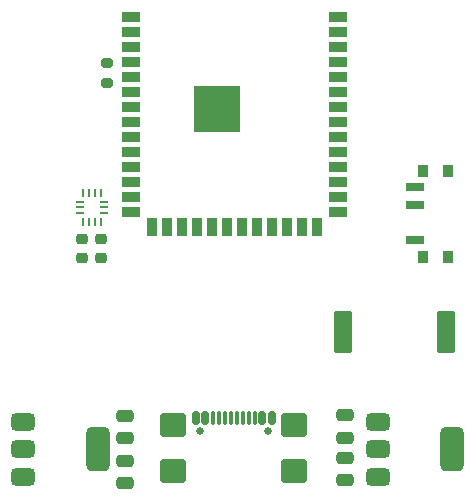
<source format=gbr>
%TF.GenerationSoftware,KiCad,Pcbnew,8.0.8-8.0.8-0~ubuntu24.04.1*%
%TF.CreationDate,2025-08-05T21:13:54-04:00*%
%TF.ProjectId,electronics,656c6563-7472-46f6-9e69-63732e6b6963,rev?*%
%TF.SameCoordinates,Original*%
%TF.FileFunction,Soldermask,Top*%
%TF.FilePolarity,Negative*%
%FSLAX46Y46*%
G04 Gerber Fmt 4.6, Leading zero omitted, Abs format (unit mm)*
G04 Created by KiCad (PCBNEW 8.0.8-8.0.8-0~ubuntu24.04.1) date 2025-08-05 21:13:54*
%MOMM*%
%LPD*%
G01*
G04 APERTURE LIST*
G04 Aperture macros list*
%AMRoundRect*
0 Rectangle with rounded corners*
0 $1 Rounding radius*
0 $2 $3 $4 $5 $6 $7 $8 $9 X,Y pos of 4 corners*
0 Add a 4 corners polygon primitive as box body*
4,1,4,$2,$3,$4,$5,$6,$7,$8,$9,$2,$3,0*
0 Add four circle primitives for the rounded corners*
1,1,$1+$1,$2,$3*
1,1,$1+$1,$4,$5*
1,1,$1+$1,$6,$7*
1,1,$1+$1,$8,$9*
0 Add four rect primitives between the rounded corners*
20,1,$1+$1,$2,$3,$4,$5,0*
20,1,$1+$1,$4,$5,$6,$7,0*
20,1,$1+$1,$6,$7,$8,$9,0*
20,1,$1+$1,$8,$9,$2,$3,0*%
G04 Aperture macros list end*
%ADD10R,1.498600X0.711200*%
%ADD11R,0.812800X0.990600*%
%ADD12RoundRect,0.375000X-0.625000X-0.375000X0.625000X-0.375000X0.625000X0.375000X-0.625000X0.375000X0*%
%ADD13RoundRect,0.500000X-0.500000X-1.400000X0.500000X-1.400000X0.500000X1.400000X-0.500000X1.400000X0*%
%ADD14R,0.250000X0.675000*%
%ADD15R,0.675000X0.250000*%
%ADD16R,1.500000X0.900000*%
%ADD17R,0.900000X1.500000*%
%ADD18C,0.600000*%
%ADD19R,3.900000X3.900000*%
%ADD20RoundRect,0.200000X0.275000X-0.200000X0.275000X0.200000X-0.275000X0.200000X-0.275000X-0.200000X0*%
%ADD21C,0.650000*%
%ADD22RoundRect,0.150000X-0.150000X-0.425000X0.150000X-0.425000X0.150000X0.425000X-0.150000X0.425000X0*%
%ADD23RoundRect,0.075000X-0.075000X-0.500000X0.075000X-0.500000X0.075000X0.500000X-0.075000X0.500000X0*%
%ADD24RoundRect,0.250000X-0.840000X-0.750000X0.840000X-0.750000X0.840000X0.750000X-0.840000X0.750000X0*%
%ADD25RoundRect,0.250000X0.475000X-0.250000X0.475000X0.250000X-0.475000X0.250000X-0.475000X-0.250000X0*%
%ADD26RoundRect,0.225000X-0.250000X0.225000X-0.250000X-0.225000X0.250000X-0.225000X0.250000X0.225000X0*%
%ADD27RoundRect,0.102000X-0.650000X-1.700000X0.650000X-1.700000X0.650000X1.700000X-0.650000X1.700000X0*%
G04 APERTURE END LIST*
D10*
%TO.C,SW1*%
X220254600Y-86590003D03*
X220254600Y-83590000D03*
X220254600Y-82090000D03*
D11*
X220954601Y-87990000D03*
X220954601Y-80690000D03*
X223054599Y-87989980D03*
X223054599Y-80690020D03*
%TD*%
D12*
%TO.C,U5*%
X187090000Y-101977500D03*
X187090000Y-104277500D03*
D13*
X193390000Y-104277500D03*
D12*
X187090000Y-106577500D03*
%TD*%
%TO.C,U3*%
X217120000Y-101977500D03*
X217120000Y-104277500D03*
D13*
X223420000Y-104277500D03*
D12*
X217120000Y-106577500D03*
%TD*%
D14*
%TO.C,U2*%
X193652500Y-82535000D03*
X193152500Y-82535000D03*
X192652500Y-82535000D03*
X192152500Y-82535000D03*
D15*
X191890000Y-83297500D03*
X191890000Y-83797500D03*
X191890000Y-84297500D03*
D14*
X192152500Y-85060000D03*
X192652500Y-85060000D03*
X193152500Y-85060000D03*
X193652500Y-85060000D03*
D15*
X193915000Y-84297500D03*
X193915000Y-83797500D03*
X193915000Y-83297500D03*
%TD*%
D16*
%TO.C,U1*%
X196240000Y-67710000D03*
X196240000Y-68980000D03*
X196240000Y-70250000D03*
X196240000Y-71520000D03*
X196240000Y-72790000D03*
X196240000Y-74060000D03*
X196240000Y-75330000D03*
X196240000Y-76600000D03*
X196240000Y-77870000D03*
X196240000Y-79140000D03*
X196240000Y-80410000D03*
X196240000Y-81680000D03*
X196240000Y-82950000D03*
X196240000Y-84220000D03*
D17*
X198005000Y-85470000D03*
X199275000Y-85470000D03*
X200545000Y-85470000D03*
X201815000Y-85470000D03*
X203085000Y-85470000D03*
X204355000Y-85470000D03*
X205625000Y-85470000D03*
X206895000Y-85470000D03*
X208165000Y-85470000D03*
X209435000Y-85470000D03*
X210705000Y-85470000D03*
X211975000Y-85470000D03*
D16*
X213740000Y-84220000D03*
X213740000Y-82950000D03*
X213740000Y-81680000D03*
X213740000Y-80410000D03*
X213740000Y-79140000D03*
X213740000Y-77870000D03*
X213740000Y-76600000D03*
X213740000Y-75330000D03*
X213740000Y-74060000D03*
X213740000Y-72790000D03*
X213740000Y-71520000D03*
X213740000Y-70250000D03*
X213740000Y-68980000D03*
X213740000Y-67710000D03*
D18*
X202090000Y-74730000D03*
X202090000Y-76130000D03*
X202790000Y-74030000D03*
X202790000Y-75430000D03*
X202790000Y-76830000D03*
X203490000Y-74730000D03*
D19*
X203490000Y-75430000D03*
D18*
X203490000Y-76130000D03*
X204190000Y-74030000D03*
X204190000Y-75430000D03*
X204190000Y-76830000D03*
X204890000Y-74730000D03*
X204890000Y-76130000D03*
%TD*%
D20*
%TO.C,R1*%
X194200000Y-73230000D03*
X194200000Y-71580000D03*
%TD*%
D21*
%TO.C,J1*%
X202040000Y-102705000D03*
X207820000Y-102705000D03*
D22*
X201730000Y-101630000D03*
X202530000Y-101630000D03*
D23*
X203680000Y-101630000D03*
X204680000Y-101630000D03*
X205180000Y-101630000D03*
X206180000Y-101630000D03*
D22*
X207330000Y-101630000D03*
X208130000Y-101630000D03*
X208130000Y-101630000D03*
X207330000Y-101630000D03*
D23*
X206680000Y-101630000D03*
X205680000Y-101630000D03*
X204180000Y-101630000D03*
X203180000Y-101630000D03*
D22*
X202530000Y-101630000D03*
X201730000Y-101630000D03*
D24*
X199820000Y-102205000D03*
X199820000Y-106135000D03*
X210040000Y-102205000D03*
X210040000Y-106135000D03*
%TD*%
D25*
%TO.C,C7*%
X195750000Y-101450000D03*
X195750000Y-103350000D03*
%TD*%
%TO.C,C6*%
X195730000Y-105240000D03*
X195730000Y-107140000D03*
%TD*%
D26*
%TO.C,C4*%
X192070000Y-86485000D03*
X192070000Y-88035000D03*
%TD*%
%TO.C,C3*%
X193700000Y-86500000D03*
X193700000Y-88050000D03*
%TD*%
D25*
%TO.C,C2*%
X214360000Y-103290000D03*
X214360000Y-101390000D03*
%TD*%
%TO.C,C1*%
X214370000Y-106900000D03*
X214370000Y-105000000D03*
%TD*%
D27*
%TO.C,BZ1*%
X214212500Y-94300000D03*
X222912500Y-94300000D03*
%TD*%
M02*

</source>
